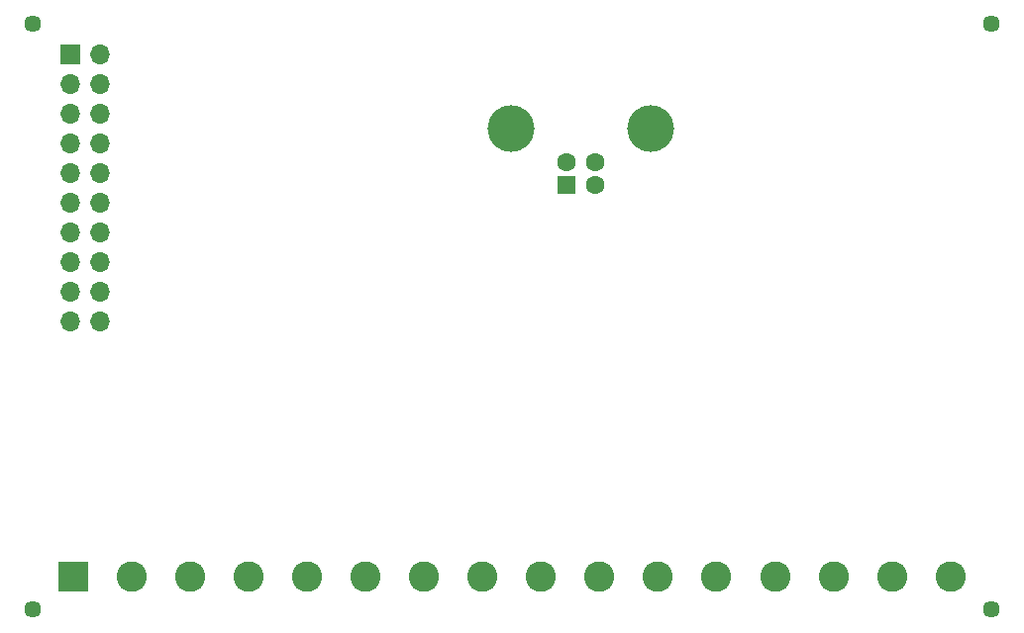
<source format=gbr>
%TF.GenerationSoftware,KiCad,Pcbnew,(5.1.8)-1*%
%TF.CreationDate,2020-11-30T21:01:39-05:00*%
%TF.ProjectId,Relacon,4f666654-7261-46b2-9e6b-696361645f70,1*%
%TF.SameCoordinates,Original*%
%TF.FileFunction,Soldermask,Bot*%
%TF.FilePolarity,Negative*%
%FSLAX46Y46*%
G04 Gerber Fmt 4.6, Leading zero omitted, Abs format (unit mm)*
G04 Created by KiCad (PCBNEW (5.1.8)-1) date 2020-11-30 21:01:39*
%MOMM*%
%LPD*%
G01*
G04 APERTURE LIST*
%ADD10C,1.448000*%
%ADD11R,2.600000X2.600000*%
%ADD12C,2.600000*%
%ADD13O,1.700000X1.700000*%
%ADD14R,1.700000X1.700000*%
%ADD15C,4.000000*%
%ADD16C,1.600000*%
%ADD17R,1.600000X1.600000*%
G04 APERTURE END LIST*
D10*
%TO.C,REF\u002A\u002A*%
X128905000Y-65405000D03*
%TD*%
%TO.C,REF\u002A\u002A*%
X210820000Y-65405000D03*
%TD*%
%TO.C,REF\u002A\u002A*%
X210820000Y-115570000D03*
%TD*%
%TO.C,REF\u002A\u002A*%
X128905000Y-115570000D03*
%TD*%
D11*
%TO.C,J3*%
X132350000Y-112750000D03*
D12*
X137350000Y-112750000D03*
X142350000Y-112750000D03*
X147350000Y-112750000D03*
X152350000Y-112750000D03*
X157350000Y-112750000D03*
X162350000Y-112750000D03*
X167350000Y-112750000D03*
X172350000Y-112750000D03*
X177350000Y-112750000D03*
X182350000Y-112750000D03*
X187350000Y-112750000D03*
X192350000Y-112750000D03*
X197350000Y-112750000D03*
X202350000Y-112750000D03*
X207350000Y-112750000D03*
%TD*%
D13*
%TO.C,J2*%
X134620000Y-90932000D03*
X132080000Y-90932000D03*
X134620000Y-88392000D03*
X132080000Y-88392000D03*
X134620000Y-85852000D03*
X132080000Y-85852000D03*
X134620000Y-83312000D03*
X132080000Y-83312000D03*
X134620000Y-80772000D03*
X132080000Y-80772000D03*
X134620000Y-78232000D03*
X132080000Y-78232000D03*
X134620000Y-75692000D03*
X132080000Y-75692000D03*
X134620000Y-73152000D03*
X132080000Y-73152000D03*
X134620000Y-70612000D03*
X132080000Y-70612000D03*
X134620000Y-68072000D03*
D14*
X132080000Y-68072000D03*
%TD*%
D15*
%TO.C,J1*%
X169748000Y-74388000D03*
X181748000Y-74388000D03*
D16*
X174498000Y-77248000D03*
X176998000Y-77248000D03*
X176998000Y-79248000D03*
D17*
X174498000Y-79248000D03*
%TD*%
M02*

</source>
